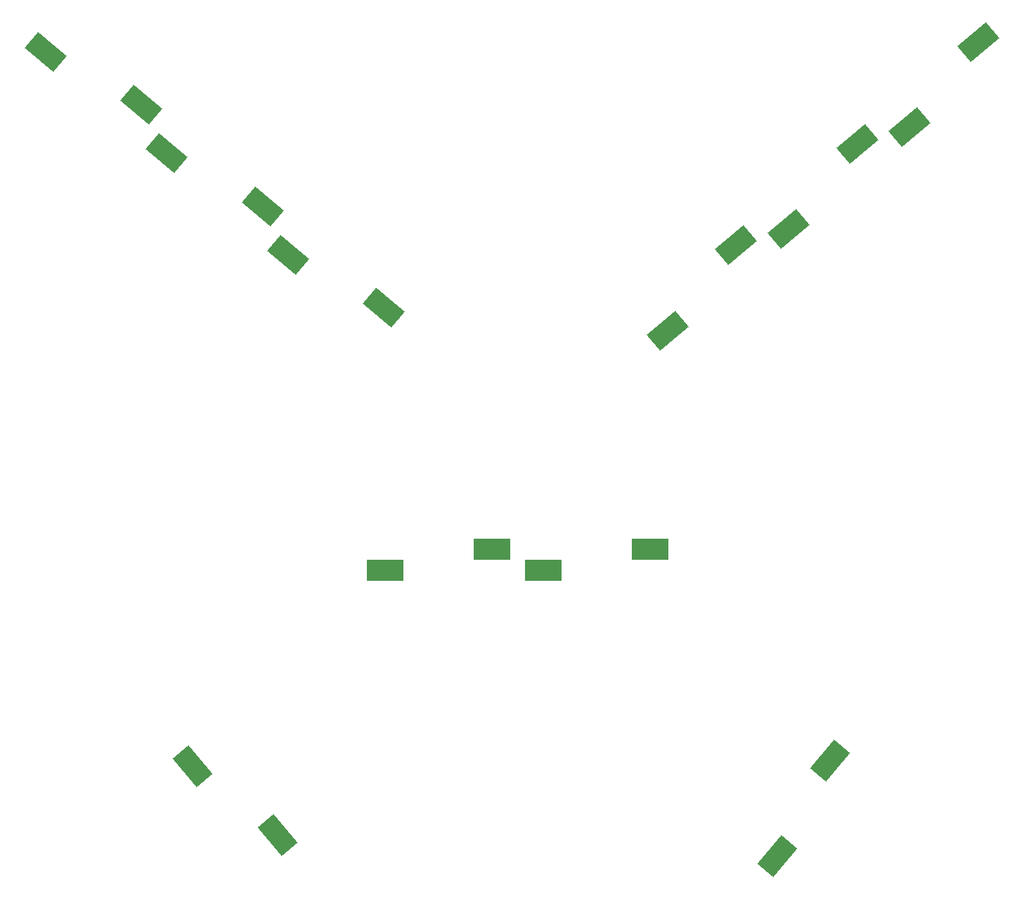
<source format=gbr>
%TF.GenerationSoftware,KiCad,Pcbnew,7.0.5*%
%TF.CreationDate,2023-07-04T17:15:59-06:00*%
%TF.ProjectId,keyboard,6b657962-6f61-4726-942e-6b696361645f,0.1*%
%TF.SameCoordinates,Original*%
%TF.FileFunction,Paste,Bot*%
%TF.FilePolarity,Positive*%
%FSLAX46Y46*%
G04 Gerber Fmt 4.6, Leading zero omitted, Abs format (unit mm)*
G04 Created by KiCad (PCBNEW 7.0.5) date 2023-07-04 17:15:59*
%MOMM*%
%LPD*%
G01*
G04 APERTURE LIST*
G04 Aperture macros list*
%AMRotRect*
0 Rectangle, with rotation*
0 The origin of the aperture is its center*
0 $1 length*
0 $2 width*
0 $3 Rotation angle, in degrees counterclockwise*
0 Add horizontal line*
21,1,$1,$2,0,0,$3*%
G04 Aperture macros list end*
%ADD10R,4.500000X2.500000*%
%ADD11RotRect,4.500000X2.500000X40.000000*%
%ADD12RotRect,4.500000X2.500000X50.000000*%
%ADD13RotRect,4.500000X2.500000X320.000000*%
%ADD14RotRect,4.500000X2.500000X310.000000*%
G04 APERTURE END LIST*
D10*
%TO.C,SW6*%
X76315000Y-95260000D03*
X89242000Y-92720000D03*
%TD*%
D11*
%TO.C,SW9*%
X124939895Y-54118397D03*
X133209871Y-43863329D03*
%TD*%
%TO.C,SW8*%
X110346750Y-66363501D03*
X118616726Y-56108433D03*
%TD*%
D10*
%TO.C,SW7*%
X95365000Y-95260000D03*
X108292000Y-92720000D03*
%TD*%
D12*
%TO.C,SW11*%
X123580097Y-129734744D03*
X129943659Y-118199407D03*
%TD*%
D13*
%TO.C,SW4*%
X64648402Y-57255200D03*
X76183739Y-63618762D03*
%TD*%
D14*
%TO.C,SW5*%
X53161603Y-118879895D03*
X63416671Y-127149871D03*
%TD*%
D13*
%TO.C,SW3*%
X50055256Y-45010097D03*
X61590593Y-51373659D03*
%TD*%
%TO.C,SW2*%
X35462109Y-32764990D03*
X46997446Y-39128552D03*
%TD*%
D11*
%TO.C,SW10*%
X139533043Y-41873292D03*
X147803019Y-31618224D03*
%TD*%
M02*

</source>
